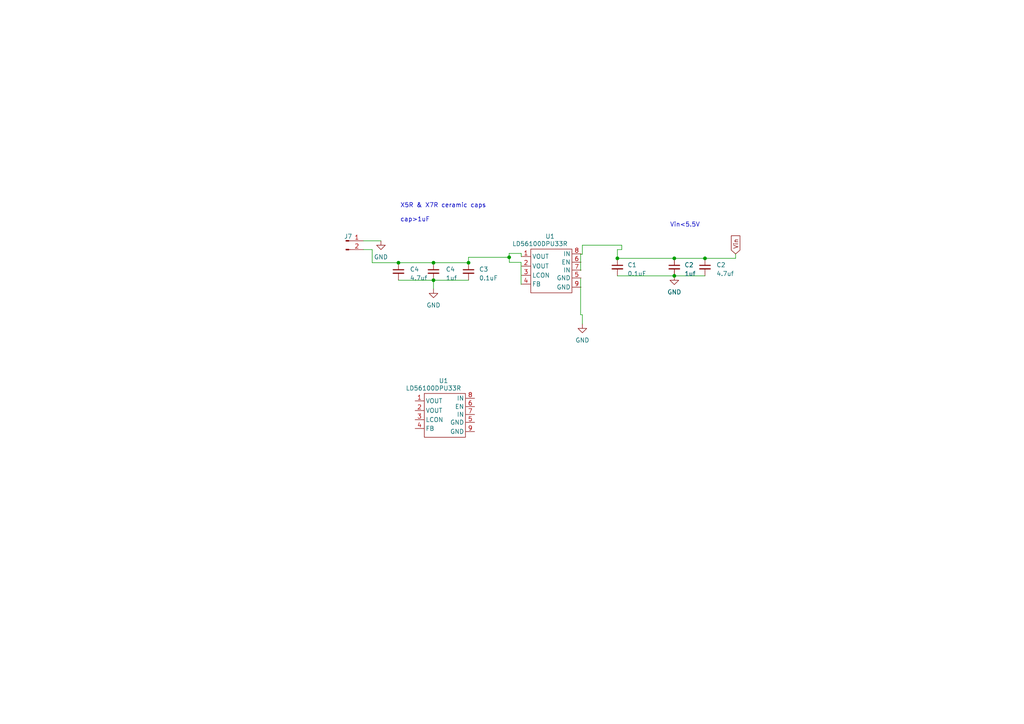
<source format=kicad_sch>
(kicad_sch (version 20230121) (generator eeschema)
  (paper "A4")
  (lib_symbols
    (symbol "Connector:Conn_01x02_Pin" (pin_names (offset 1.016) hide)
      (property "Reference" "J" (at 0 2.54 0))
      (property "Value" "Conn_01x02_Pin" (at 0 -5.08 0))
      (symbol "Conn_01x02_Pin_1_1"
        (polyline (pts (xy 1.27 -2.54) (xy 0.8636 -2.54)) (stroke (width 0.1524)))
        (polyline (pts (xy 1.27 0) (xy 0.8636 0)) (stroke (width 0.1524)))
        (rectangle (start 0.8636 -2.413) (end 0 -2.667) (stroke (width 0.1524)) (fill (type outline)))
        (rectangle (start 0.8636 0.127) (end 0 -0.127) (stroke (width 0.1524)) (fill (type outline)))
        (pin passive line (at 5.08 0 180) (length 3.81) (name "Pin_1") (number "1"))
        (pin passive line (at 5.08 -2.54 180) (length 3.81) (name "Pin_2") (number "2"))
      )
    )
    (symbol "Device:C_Small" (pin_numbers hide) (pin_names (offset 0.254) hide)
      (property "Reference" "C" (at 0.254 1.778 0))
      (property "Value" "C_Small" (at 0.254 -2.032 0))
      (symbol "C_Small_0_1"
        (polyline (pts (xy -1.524 -0.508) (xy 1.524 -0.508)) (stroke (width 0.3302)))
        (polyline (pts (xy -1.524 0.508) (xy 1.524 0.508)) (stroke (width 0.3048)))
      )
      (symbol "C_Small_1_1"
        (pin passive line (at 0 2.54 270) (length 2.032) (name "~") (number "1"))
        (pin passive line (at 0 -2.54 90) (length 2.032) (name "~") (number "2"))
      )
    )
    (symbol "Radar_pcb_pll:LD56100DPU30R"
      (property "Reference" "U" (at 3.302 5.207 0))
      (property "Value" "LD56100DPU30R" (at 0 4.953 0))
      (symbol "LD56100DPU30R_0_1"
        (rectangle (start -2.667 3.429) (end 9.271 -9.271))
      )
      (symbol "LD56100DPU30R_1_1"
        (pin output line (at -5.334 1.27 0) (length 2.54) (name "VOUT") (number "1"))
        (pin output line (at -5.334 -1.524 0) (length 2.54) (name "VOUT") (number "2"))
        (pin input line (at -5.334 -4.191 0) (length 2.54) (name "LCON") (number "3"))
        (pin input line (at -5.334 -6.731 0) (length 2.54) (name "FB") (number "4"))
        (pin bidirectional line (at 11.938 -4.953 180) (length 2.54) (name "GND") (number "5"))
        (pin input line (at 11.938 -0.381 180) (length 2.54) (name "EN") (number "6"))
        (pin input line (at 11.938 -2.667 180) (length 2.54) (name "IN") (number "7"))
        (pin input line (at 11.938 2.032 180) (length 2.54) (name "IN") (number "8"))
        (pin bidirectional line (at 11.938 -7.62 180) (length 2.54) (name "GND") (number "9"))
      )
    )
    (symbol "power:GND" (power) (pin_names (offset 0))
      (property "Value" "GND" (at 0 -3.81 0))
      (symbol "GND_0_1"
        (polyline (pts (xy 0 0) (xy 0 -1.27) (xy 1.27 -1.27) (xy 0 -2.54) (xy -1.27 -1.27) (xy 0 -1.27)))
      )
      (symbol "GND_1_1"
        (pin power_in line (at 0 0 270) (length 0) hide (name "GND") (number "1"))
      )
    )
  )
  (junction (at 204.47 74.93))
  (junction (at 125.73 81.28))
  (junction (at 195.58 74.93))
  (junction (at 195.58 80.01))
  (junction (at 179.07 74.93))
  (junction (at 147.6756 74.6252))
  (junction (at 115.57 76.2))
  (junction (at 135.89 76.2))
  (junction (at 125.73 76.2))
  (wire (pts (xy 168.402 73.7616) (xy 168.402 78.486)))
  (wire (pts (xy 151.13 76.0984) (xy 151.13 82.55)))
  (wire (pts (xy 147.7264 76.0984) (xy 151.13 76.0984)))
  (wire (pts (xy 180.34 71.12) (xy 180.34 72.39)))
  (wire (pts (xy 168.91 91.2876) (xy 168.91 93.98)))
  (wire (pts (xy 147.7264 74.6252) (xy 147.7264 76.0984)))
  (wire (pts (xy 151.1808 73.5076) (xy 151.1808 74.4728)))
  (wire (pts (xy 180.34 72.39) (xy 179.07 72.39)))
  (wire (pts (xy 135.89 74.6252) (xy 135.89 76.2)))
  (wire (pts (xy 135.89 81.28) (xy 125.73 81.28)))
  (wire (pts (xy 147.6756 73.5076) (xy 147.6756 74.6252)))
  (wire (pts (xy 168.402 91.2876) (xy 168.91 91.2876)))
  (wire (pts (xy 115.57 81.28) (xy 125.73 81.28)))
  (wire (pts (xy 179.07 74.93) (xy 195.58 74.93)))
  (wire (pts (xy 105.41 69.85) (xy 110.49 69.85)))
  (wire (pts (xy 195.58 74.93) (xy 204.47 74.93)))
  (wire (pts (xy 213.36 73.66) (xy 213.36 74.93)))
  (wire (pts (xy 135.89 76.2) (xy 125.73 76.2)))
  (wire (pts (xy 179.07 72.39) (xy 179.07 74.93)))
  (wire (pts (xy 168.91 71.12) (xy 180.34 71.12)))
  (wire (pts (xy 204.47 80.01) (xy 195.58 80.01)))
  (wire (pts (xy 168.402 80.772) (xy 168.402 91.2876)))
  (wire (pts (xy 135.89 74.6252) (xy 147.6756 74.6252)))
  (wire (pts (xy 147.6756 73.5076) (xy 151.1808 73.5076)))
  (wire (pts (xy 107.95 72.39) (xy 107.95 76.2)))
  (wire (pts (xy 179.07 80.01) (xy 195.58 80.01)))
  (wire (pts (xy 168.91 71.12) (xy 168.91 73.7616)))
  (wire (pts (xy 107.95 76.2) (xy 115.57 76.2)))
  (wire (pts (xy 204.47 74.93) (xy 213.36 74.93)))
  (wire (pts (xy 168.91 73.7616) (xy 168.402 73.7616)))
  (wire (pts (xy 125.73 81.28) (xy 125.73 83.82)))
  (wire (pts (xy 105.41 72.39) (xy 107.95 72.39)))
  (wire (pts (xy 147.6756 74.6252) (xy 147.7264 74.6252)))
  (wire (pts (xy 115.57 76.2) (xy 125.73 76.2)))
  (text "Vin<5.5V" (at 194.31 66.04 0) (effects (font (size 1.27 1.27)) (justify left bottom)))
  (text "X5R & X7R ceramic caps\n\ncap>1uF" (at 116.078 64.516 0) (effects (font (size 1.27 1.27)) (justify left bottom)))
  (global_label "Vin" (shape input) (at 213.36 73.66 90) (property "Intersheetrefs" "${INTERSHEET_REFS}" (effects hide)))
  (symbol (lib_id "Radar_pcb_pll:LD56100DPU30R") (at 125.73 117.5512 0) (unit 1)
    (property "Reference" "U1" (at 128.651 110.4392 0))
    (property "Value" "LD56100DPU33R" (at 125.73 112.5982 0))
    (property "Footprint" "Package_DFN_QFN:DFN-8_1.2x1.6mm" (effects hide))
    (instances (project "PowerManage.2" (path "" (reference "U1") (unit 1)) (path "" (reference "U3") (unit 1))))
  )
  (symbol (lib_id "Device:C_Small") (at 204.47 77.47 0) (unit 1)
    (property "Reference" "C2" (at 207.772 76.8413 0) (effects (justify left)))
    (property "Value" "4.7uf" (at 207.772 79.3813 0) (effects (justify left)))
    (property "Footprint" "Capacitor_SMD:0603 usual" (effects hide))
    (instances (project "PowerManage.2" (path "" (reference "C2") (unit 1)) (path "" (reference "C38") (unit 1))))
  )
  (symbol (lib_id "power:GND") (at 110.49 69.85 0) (mirror y) (unit 1)
    (property "Reference" "#PWR05" (effects hide))
    (property "Value" "GND" (at 110.49 74.549 0))
    (instances (project "PowerManage.2" (path "" (reference "#PWR05") (unit 1)) (path "" (reference "#PWR01") (unit 1))))
  )
  (symbol (lib_id "power:GND") (at 168.91 93.98 0) (unit 1)
    (property "Reference" "#PWR041" (effects hide))
    (property "Value" "GND" (at 168.91 98.679 0))
    (instances (project "PowerManage.2" (path "" (reference "#PWR041") (unit 1)) (path "" (reference "#PWR022") (unit 1))))
  )
  (symbol (lib_id "power:GND") (at 195.58 80.01 0) (unit 1)
    (property "Reference" "#PWR04" (effects hide))
    (property "Value" "GND" (at 195.58 84.709 0))
    (instances (project "PowerManage.2" (path "" (reference "#PWR04") (unit 1)) (path "" (reference "#PWR023") (unit 1))))
  )
  (symbol (lib_id "Device:C_Small") (at 195.58 77.47 0) (unit 1)
    (property "Reference" "C2" (at 198.501 76.8413 0) (effects (justify left)))
    (property "Value" "1uf" (at 198.501 79.3813 0) (effects (justify left)))
    (property "Footprint" "Capacitor_SMD:0603 usual" (effects hide))
    (instances (project "PowerManage.2" (path "" (reference "C2") (unit 1)) (path "" (reference "C36") (unit 1))))
  )
  (symbol (lib_id "Radar_pcb_pll:LD56100DPU30R") (at 156.6164 75.6666 0) (unit 1)
    (property "Reference" "U1" (at 159.5374 68.5546 0))
    (property "Value" "LD56100DPU33R" (at 156.6164 70.7136 0))
    (property "Footprint" "Package_DFN_QFN:DFN-8_1.2x1.6mm" (effects hide))
    (instances (project "PowerManage.2" (path "" (reference "U1") (unit 1)) (path "" (reference "U9") (unit 1))))
  )
  (symbol (lib_id "power:GND") (at 125.73 83.82 0) (mirror y) (unit 1)
    (property "Reference" "#PWR05" (effects hide))
    (property "Value" "GND" (at 125.73 88.519 0))
    (instances (project "PowerManage.2" (path "" (reference "#PWR05") (unit 1)) (path "" (reference "#PWR021") (unit 1))))
  )
  (symbol (lib_id "Device:C_Small") (at 179.07 77.47 0) (unit 1)
    (property "Reference" "C1" (at 181.991 76.8413 0) (effects (justify left)))
    (property "Value" "0.1uF" (at 181.991 79.3813 0) (effects (justify left)))
    (property "Footprint" "Capacitor_SMD:0603 usual" (effects hide))
    (instances (project "PowerManage.2" (path "" (reference "C1") (unit 1)) (path "" (reference "C35") (unit 1))))
  )
  (symbol (lib_id "Device:C_Small") (at 115.57 78.74 0) (mirror y) (unit 1)
    (property "Reference" "C4" (at 118.872 78.1113 0) (effects (justify right)))
    (property "Value" "4.7uf" (at 118.872 80.6513 0) (effects (justify right)))
    (property "Footprint" "Capacitor_SMD:0603 usual" (effects hide))
    (instances (project "PowerManage.2" (path "" (reference "C4") (unit 1)) (path "" (reference "C37") (unit 1))))
  )
  (symbol (lib_id "Device:C_Small") (at 125.73 78.74 0) (mirror y) (unit 1)
    (property "Reference" "C4" (at 129.286 78.1113 0) (effects (justify right)))
    (property "Value" "1uf" (at 129.286 80.6513 0) (effects (justify right)))
    (property "Footprint" "Capacitor_SMD:0603 usual" (effects hide))
    (instances (project "PowerManage.2" (path "" (reference "C4") (unit 1)) (path "" (reference "C33") (unit 1))))
  )
  (symbol (lib_id "Connector:Conn_01x02_Pin") (at 100.33 69.85 0) (unit 1)
    (property "Reference" "J7" (at 100.965 68.58 0))
    (property "Value" "Conn_01x02_Pin" (effects hide))
    (property "Footprint" "Connector_JST:JST_XH_B2B-XH-A_1x02_P2.50mm_Vertical" (effects hide))
  )
  (symbol (lib_id "Device:C_Small") (at 135.89 78.74 0) (mirror y) (unit 1)
    (property "Reference" "C3" (at 138.938 78.1113 0) (effects (justify right)))
    (property "Value" "0.1uF" (at 138.938 80.6513 0) (effects (justify right)))
    (property "Footprint" "Capacitor_SMD:0603 usual" (effects hide))
    (instances (project "PowerManage.2" (path "" (reference "C3") (unit 1)) (path "" (reference "C34") (unit 1))))
  )
)
</source>
